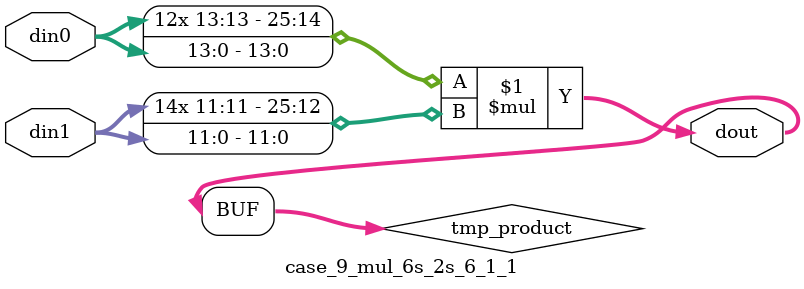
<source format=v>

`timescale 1 ns / 1 ps

 module case_9_mul_6s_2s_6_1_1(din0, din1, dout);
parameter ID = 1;
parameter NUM_STAGE = 0;
parameter din0_WIDTH = 14;
parameter din1_WIDTH = 12;
parameter dout_WIDTH = 26;

input [din0_WIDTH - 1 : 0] din0; 
input [din1_WIDTH - 1 : 0] din1; 
output [dout_WIDTH - 1 : 0] dout;

wire signed [dout_WIDTH - 1 : 0] tmp_product;



























assign tmp_product = $signed(din0) * $signed(din1);








assign dout = tmp_product;





















endmodule

</source>
